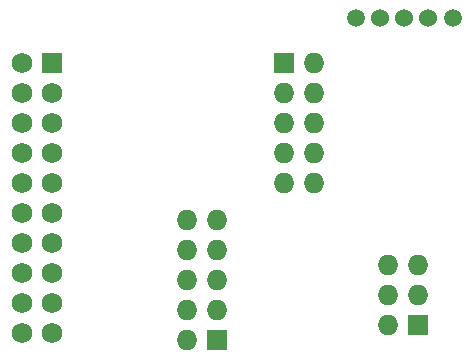
<source format=gbs>
G04 #@! TF.FileFunction,Soldermask,Bot*
%FSLAX46Y46*%
G04 Gerber Fmt 4.6, Leading zero omitted, Abs format (unit mm)*
G04 Created by KiCad (PCBNEW 4.0.2-stable) date 4/28/2016 10:57:31 AM*
%MOMM*%
G01*
G04 APERTURE LIST*
%ADD10C,0.150000*%
%ADD11R,1.750000X1.750000*%
%ADD12C,1.750000*%
%ADD13R,1.727200X1.727200*%
%ADD14O,1.727200X1.727200*%
%ADD15C,1.524000*%
%ADD16C,1.500000*%
G04 APERTURE END LIST*
D10*
D11*
X120650000Y-95250000D03*
D12*
X118110000Y-95250000D03*
X120650000Y-97790000D03*
X118110000Y-97790000D03*
X120650000Y-100330000D03*
X118110000Y-100330000D03*
X120650000Y-102870000D03*
X118110000Y-102870000D03*
X120650000Y-105410000D03*
X118110000Y-105410000D03*
X120650000Y-107950000D03*
X118110000Y-107950000D03*
X120650000Y-110490000D03*
X118110000Y-110490000D03*
X120650000Y-113030000D03*
X118110000Y-113030000D03*
X120650000Y-115570000D03*
X118110000Y-115570000D03*
X120650000Y-118110000D03*
X118110000Y-118110000D03*
D13*
X140335000Y-95250000D03*
D14*
X142875000Y-95250000D03*
X140335000Y-97790000D03*
X142875000Y-97790000D03*
X140335000Y-100330000D03*
X142875000Y-100330000D03*
X140335000Y-102870000D03*
X142875000Y-102870000D03*
X140335000Y-105410000D03*
X142875000Y-105410000D03*
D13*
X134620000Y-118745000D03*
D14*
X132080000Y-118745000D03*
X134620000Y-116205000D03*
X132080000Y-116205000D03*
X134620000Y-113665000D03*
X132080000Y-113665000D03*
X134620000Y-111125000D03*
X132080000Y-111125000D03*
X134620000Y-108585000D03*
X132080000Y-108585000D03*
D13*
X151638000Y-117475000D03*
D14*
X149098000Y-117475000D03*
X151638000Y-114935000D03*
X149098000Y-114935000D03*
X151638000Y-112395000D03*
X149098000Y-112395000D03*
D15*
X152495000Y-91440000D03*
X150495000Y-91440000D03*
X148495000Y-91440000D03*
D16*
X154595000Y-91440000D03*
X146395000Y-91440000D03*
M02*

</source>
